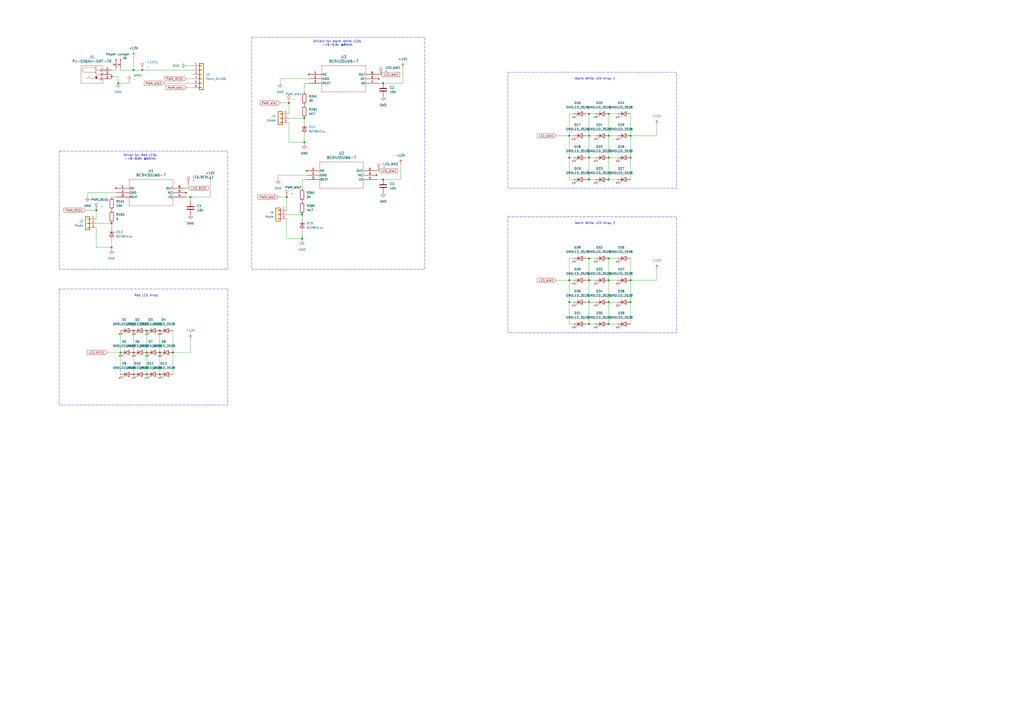
<source format=kicad_sch>
(kicad_sch (version 20231120) (generator "eeschema") (generator_version "8.0")
  (paper "A2")
  (title_block (title "Glasbaustein Lampe") (date "2024-10-07") (rev "0.1"))
  (lib_symbols
    (symbol "BCR430UW6-7_DIO:BCR430UW6-7" (pin_names (offset 0.254))
      (property "Reference" "U" (at 20.32 10.16 0))
      (property "Value" "BCR430UW6-7" (at 20.32 7.62 0))
      (symbol "BCR430UW6-7_0_1"
        (polyline (pts (xy 7.62 -10.16) (xy 33.02 -10.16)) (stroke (width 0.127)))
        (polyline (pts (xy 7.62 5.08) (xy 7.62 -10.16)) (stroke (width 0.127)))
        (polyline (pts (xy 33.02 -10.16) (xy 33.02 5.08)) (stroke (width 0.127)))
        (polyline (pts (xy 33.02 5.08) (xy 7.62 5.08)) (stroke (width 0.127)))
        (pin no_connect line (at 0 0 0) (length 7.62) (name "NC") (number "1"))
        (pin power_out line (at 0 -2.54 0) (length 7.62) (name "GND") (number "2"))
        (pin output line (at 0 -5.08 0) (length 7.62) (name "REXT") (number "3"))
        (pin power_in line (at 40.64 -5.08 180) (length 7.62) (name "VS") (number "4"))
        (pin no_connect line (at 40.64 -2.54 180) (length 7.62) (name "NC") (number "5"))
        (pin output line (at 40.64 0 180) (length 7.62) (name "OUT") (number "6"))
      )
    )
    (symbol "Connector:Conn_01x02_Pin" (pin_names (offset 1.016) hide)
      (property "Reference" "J" (at 0 2.54 0))
      (property "Value" "Conn_01x02_Pin" (at 0 -5.08 0))
      (symbol "Conn_01x02_Pin_1_1"
        (polyline (pts (xy 1.27 -2.54) (xy 0.8636 -2.54)) (stroke (width 0.1524)))
        (polyline (pts (xy 1.27 0) (xy 0.8636 0)) (stroke (width 0.1524)))
        (rectangle (start 0.8636 -2.413) (end 0 -2.667) (stroke (width 0.1524)) (fill (type outline)))
        (rectangle (start 0.8636 0.127) (end 0 -0.127) (stroke (width 0.1524)) (fill (type outline)))
        (pin passive line (at 5.08 0 180) (length 3.81) (name "Pin_1") (number "1"))
        (pin passive line (at 5.08 -2.54 180) (length 3.81) (name "Pin_2") (number "2"))
      )
    )
    (symbol "Connector:TestPoint" (pin_numbers hide) (pin_names (offset 0.762) hide)
      (property "Reference" "TP" (at 0 6.858 0))
      (property "Value" "TestPoint" (at 0 5.08 0))
      (symbol "TestPoint_0_1"
        (circle (center 0 3.302) (radius 0.762))
      )
      (symbol "TestPoint_1_1"
        (pin passive line (at 0 0 90) (length 2.54) (name "1") (number "1"))
      )
    )
    (symbol "Connector_Generic:Conn_01x03" (pin_names (offset 1.016) hide)
      (property "Reference" "J" (at 0 5.08 0))
      (property "Value" "Conn_01x03" (at 0 -5.08 0))
      (symbol "Conn_01x03_1_1"
        (rectangle (start -1.27 -2.413) (end 0 -2.667) (stroke (width 0.1524)))
        (rectangle (start -1.27 0.127) (end 0 -0.127) (stroke (width 0.1524)))
        (rectangle (start -1.27 2.667) (end 0 2.413) (stroke (width 0.1524)))
        (rectangle (start -1.27 3.81) (end 1.27 -3.81) (stroke (width 0.254)) (fill (type background)))
        (pin passive line (at -5.08 2.54 0) (length 3.81) (name "Pin_1") (number "1"))
        (pin passive line (at -5.08 0 0) (length 3.81) (name "Pin_2") (number "2"))
        (pin passive line (at -5.08 -2.54 0) (length 3.81) (name "Pin_3") (number "3"))
      )
    )
    (symbol "Connector_Generic:Conn_01x06" (pin_names (offset 1.016) hide)
      (property "Reference" "J" (at 0 7.62 0))
      (property "Value" "Conn_01x06" (at 0 -10.16 0))
      (symbol "Conn_01x06_1_1"
        (rectangle (start -1.27 -7.493) (end 0 -7.747) (stroke (width 0.1524)))
        (rectangle (start -1.27 -4.953) (end 0 -5.207) (stroke (width 0.1524)))
        (rectangle (start -1.27 -2.413) (end 0 -2.667) (stroke (width 0.1524)))
        (rectangle (start -1.27 0.127) (end 0 -0.127) (stroke (width 0.1524)))
        (rectangle (start -1.27 2.667) (end 0 2.413) (stroke (width 0.1524)))
        (rectangle (start -1.27 5.207) (end 0 4.953) (stroke (width 0.1524)))
        (rectangle (start -1.27 6.35) (end 1.27 -8.89) (stroke (width 0.254)) (fill (type background)))
        (pin passive line (at -5.08 5.08 0) (length 3.81) (name "Pin_1") (number "1"))
        (pin passive line (at -5.08 2.54 0) (length 3.81) (name "Pin_2") (number "2"))
        (pin passive line (at -5.08 0 0) (length 3.81) (name "Pin_3") (number "3"))
        (pin passive line (at -5.08 -2.54 0) (length 3.81) (name "Pin_4") (number "4"))
        (pin passive line (at -5.08 -5.08 0) (length 3.81) (name "Pin_5") (number "5"))
        (pin passive line (at -5.08 -7.62 0) (length 3.81) (name "Pin_6") (number "6"))
      )
    )
    (symbol "Device:C" (pin_numbers hide) (pin_names (offset 0.254))
      (property "Reference" "C" (at 0.635 2.54 0))
      (property "Value" "C" (at 0.635 -2.54 0))
      (symbol "C_0_1"
        (polyline (pts (xy -2.032 -0.762) (xy 2.032 -0.762)) (stroke (width 0.508)))
        (polyline (pts (xy -2.032 0.762) (xy 2.032 0.762)) (stroke (width 0.508)))
      )
      (symbol "C_1_1"
        (pin passive line (at 0 3.81 270) (length 2.794) (name "~") (number "1"))
        (pin passive line (at 0 -3.81 90) (length 2.794) (name "~") (number "2"))
      )
    )
    (symbol "Device:R" (pin_numbers hide) (pin_names (offset 0))
      (property "Reference" "R" (at 2.032 0 90))
      (property "Value" "R" (at 0 0 90))
      (symbol "R_0_1"
        (rectangle (start -1.016 -2.54) (end 1.016 2.54) (stroke (width 0.254)))
      )
      (symbol "R_1_1"
        (pin passive line (at 0 3.81 270) (length 1.27) (name "~") (number "1"))
        (pin passive line (at 0 -3.81 90) (length 1.27) (name "~") (number "2"))
      )
    )
    (symbol "Device:SMDLED_3528" (pin_numbers hide) (pin_names (offset 1.016) hide)
      (property "Reference" "D" (at 3.81 2.54 0))
      (property "Value" "SMDLED_3528" (at 3.81 -2.54 0))
      (symbol "SMDLED_3528_0_1"
        (polyline (pts (xy 2.54 -1.27) (xy 2.54 1.27)) (stroke (width 0.254)))
        (polyline (pts (xy 2.54 0) (xy 5.08 0)))
        (polyline (pts (xy 5.08 -1.27) (xy 5.08 1.27) (xy 2.54 0) (xy 5.08 -1.27)) (stroke (width 0.254)))
        (polyline (pts (xy 0.762 -0.762) (xy -0.762 -2.286) (xy 0 -2.286) (xy -0.762 -2.286) (xy -0.762 -1.524)))
        (polyline (pts (xy 2.032 -0.762) (xy 0.508 -2.286) (xy 1.27 -2.286) (xy 0.508 -2.286) (xy 0.508 -1.524)))
      )
      (symbol "SMDLED_3528_1_1"
        (pin passive line (at 0 0 0) (length 2.54) (name "K") (number "1"))
        (pin passive line (at 7.62 0 180) (length 2.54) (name "A") (number "2"))
      )
    )
    (symbol "Diode:BZX84Cxx" (pin_numbers hide) (pin_names hide)
      (property "Reference" "D" (at 0 3.81 0))
      (property "Value" "BZX84Cxx" (at 0 -3.81 0))
      (symbol "BZX84Cxx_0_1"
        (polyline (pts (xy 1.27 0) (xy -1.27 0)))
        (polyline (pts (xy -1.27 -1.27) (xy -1.27 1.27) (xy -0.762 1.27)) (stroke (width 0.254)))
        (polyline (pts (xy 1.27 -1.27) (xy 1.27 1.27) (xy -1.27 0) (xy 1.27 -1.27)) (stroke (width 0.254)))
      )
      (symbol "BZX84Cxx_1_1"
        (pin passive line (at 3.81 0 180) (length 2.54) (name "A") (number "1"))
        (pin no_connect line (at 1.27 0 180) (length 2.54) hide (name "NC") (number "2"))
        (pin passive line (at -3.81 0 0) (length 2.54) (name "K") (number "3"))
      )
    )
    (symbol "PJ-036AH-SMT-TR:PJ-036AH-SMT-TR" (pin_names (offset 0.254))
      (property "Reference" "J" (at -8.89 6.35 0))
      (property "Value" "PJ-036AH-SMT-TR" (at 0 0 0))
      (symbol "PJ-036AH-SMT-TR_1_1"
        (arc (start -15.875 1.27) (mid -17.1394 0) (end -15.875 -1.27) (stroke (width 0.127)))
        (polyline (pts (xy -17.78 -7.62) (xy -5.08 -7.62)) (stroke (width 0.127)))
        (polyline (pts (xy -17.78 2.54) (xy -17.78 -7.62)) (stroke (width 0.127)))
        (polyline (pts (xy -15.875 1.27) (xy -9.525 1.27)) (stroke (width 0.127)))
        (polyline (pts (xy -13.335 -3.81) (xy -14.605 -5.08)) (stroke (width 0.127)))
        (polyline (pts (xy -12.065 -5.08) (xy -13.335 -3.81)) (stroke (width 0.127)))
        (polyline (pts (xy -9.525 -3.81) (xy -8.255 -3.81)) (stroke (width 0.127)))
        (polyline (pts (xy -9.525 -1.27) (xy -15.875 -1.27)) (stroke (width 0.127)))
        (polyline (pts (xy -9.525 1.905) (xy -9.525 -1.905)) (stroke (width 0.127)))
        (polyline (pts (xy -9.525 1.905) (xy -8.89 1.905)) (stroke (width 0.127)))
        (polyline (pts (xy -8.89 -5.08) (xy -9.525 -3.81)) (stroke (width 0.127)))
        (polyline (pts (xy -8.89 -2.54) (xy -8.89 -5.08)) (stroke (width 0.127)))
        (polyline (pts (xy -8.89 -1.905) (xy -9.525 -1.905)) (stroke (width 0.127)))
        (polyline (pts (xy -8.89 -1.905) (xy -8.89 -1.27)) (stroke (width 0.127)))
        (polyline (pts (xy -8.89 1.905) (xy -8.89 -1.27)) (stroke (width 0.127)))
        (polyline (pts (xy -8.255 -3.81) (xy -8.89 -5.08)) (stroke (width 0.127)))
        (polyline (pts (xy -5.08 -7.62) (xy -5.08 2.54)) (stroke (width 0.127)))
        (polyline (pts (xy -5.08 -5.08) (xy -12.065 -5.08)) (stroke (width 0.127)))
        (polyline (pts (xy -5.08 -2.54) (xy -8.89 -2.54)) (stroke (width 0.127)))
        (polyline (pts (xy -5.08 0) (xy -8.89 0)) (stroke (width 0.127)))
        (polyline (pts (xy -5.08 2.54) (xy -17.78 2.54)) (stroke (width 0.127)))
        (polyline (pts (xy -9.525 -3.81) (xy -8.89 -5.08) (xy -8.255 -3.81)) (fill (type outline)))
        (pin unspecified line (at 0 0 180) (length 5.08) (name "1") (number "1"))
        (pin unspecified line (at 0 -5.08 180) (length 5.08) (name "2") (number "2"))
        (pin unspecified line (at 0 -2.54 180) (length 5.08) (name "3") (number "3"))
      )
      (symbol "PJ-036AH-SMT-TR_1_2"
        (polyline (pts (xy -12.7 -7.62) (xy -5.08 -7.62)) (stroke (width 0.127)))
        (polyline (pts (xy -12.7 2.54) (xy -12.7 -7.62)) (stroke (width 0.127)))
        (polyline (pts (xy -7.62 -5.08) (xy -8.89 -5.9267)) (stroke (width 0.127)))
        (polyline (pts (xy -7.62 -5.08) (xy -8.89 -4.2333)) (stroke (width 0.127)))
        (polyline (pts (xy -7.62 -5.08) (xy -5.08 -5.08)) (stroke (width 0.127)))
        (polyline (pts (xy -7.62 -2.54) (xy -8.89 -3.3867)) (stroke (width 0.127)))
        (polyline (pts (xy -7.62 -2.54) (xy -8.89 -1.6933)) (stroke (width 0.127)))
        (polyline (pts (xy -7.62 -2.54) (xy -5.08 -2.54)) (stroke (width 0.127)))
        (polyline (pts (xy -7.62 0) (xy -8.89 -0.8467)) (stroke (width 0.127)))
        (polyline (pts (xy -7.62 0) (xy -8.89 0.8467)) (stroke (width 0.127)))
        (polyline (pts (xy -7.62 0) (xy -5.08 0)) (stroke (width 0.127)))
        (polyline (pts (xy -5.08 -7.62) (xy -5.08 2.54)) (stroke (width 0.127)))
        (polyline (pts (xy -5.08 2.54) (xy -12.7 2.54)) (stroke (width 0.127)))
        (pin unspecified line (at 0 -2.54 180) (length 5.08) (name "1") (number "1"))
        (pin unspecified line (at 0 0 180) (length 5.08) (name "2") (number "2"))
        (pin unspecified line (at 0 -5.08 180) (length 5.08) (name "3") (number "3"))
      )
    )
    (symbol "power:+12V" (power) (pin_numbers hide) (pin_names (offset 0) hide)
      (property "Value" "+12V" (at 0 3.556 0))
      (symbol "+12V_0_1"
        (polyline (pts (xy -0.762 1.27) (xy 0 2.54)))
        (polyline (pts (xy 0 0) (xy 0 2.54)))
        (polyline (pts (xy 0 2.54) (xy 0.762 1.27)))
      )
      (symbol "+12V_1_1"
        (pin power_in line (at 0 0 90) (length 0) (name "~") (number "1"))
      )
    )
    (symbol "power:GND" (power) (pin_numbers hide) (pin_names (offset 0) hide)
      (property "Value" "GND" (at 0 -3.81 0))
      (symbol "GND_0_1"
        (polyline (pts (xy 0 0) (xy 0 -1.27) (xy 1.27 -1.27) (xy 0 -2.54) (xy -1.27 -1.27) (xy 0 -1.27)))
      )
      (symbol "GND_1_1"
        (pin power_in line (at 0 0 270) (length 0) (name "~") (number "1"))
      )
    )
  )
  (junction (at 69.85 204.47))
  (junction (at 353.06 104.14))
  (junction (at 353.06 66.04))
  (junction (at 82.55 40.64))
  (junction (at 64.77 143.51))
  (junction (at 166.37 114.3))
  (junction (at 353.06 162.56))
  (junction (at 365.76 162.56))
  (junction (at 341.63 149.86))
  (junction (at 341.63 104.14))
  (junction (at 353.06 78.74))
  (junction (at 222.25 104.14))
  (junction (at 176.53 82.55))
  (junction (at 341.63 91.44))
  (junction (at 330.2 175.26))
  (junction (at 341.63 78.74))
  (junction (at 85.09 217.17))
  (junction (at 175.26 138.43))
  (junction (at 365.76 91.44))
  (junction (at 330.2 91.44))
  (junction (at 92.71 217.17))
  (junction (at 341.63 175.26))
  (junction (at 55.88 121.92))
  (junction (at 353.06 187.96))
  (junction (at 85.09 191.77))
  (junction (at 176.53 68.58))
  (junction (at 68.58 48.26))
  (junction (at 330.2 78.74))
  (junction (at 64.77 129.54))
  (junction (at 92.71 191.77))
  (junction (at 365.76 175.26))
  (junction (at 167.64 59.69))
  (junction (at 341.63 66.04))
  (junction (at 92.71 204.47))
  (junction (at 77.47 204.47))
  (junction (at 64.77 44.45))
  (junction (at 353.06 149.86))
  (junction (at 77.47 40.64))
  (junction (at 341.63 162.56))
  (junction (at 77.47 217.17))
  (junction (at 100.33 204.47))
  (junction (at 77.47 191.77))
  (junction (at 85.09 204.47))
  (junction (at 353.06 175.26))
  (junction (at 353.06 91.44))
  (junction (at 330.2 162.56))
  (junction (at 365.76 78.74))
  (junction (at 175.26 124.46))
  (junction (at 222.25 48.26))
  (junction (at 110.49 114.3))
  (junction (at 341.63 187.96))
  (wire (pts (xy 179.07 45.72) (xy 162.56 45.72)))
  (wire (pts (xy 100.33 191.77) (xy 100.33 204.47)))
  (wire (pts (xy 381 162.56) (xy 381 156.21)))
  (wire (pts (xy 64.77 40.64) (xy 67.31 40.64)))
  (wire (pts (xy 330.2 175.26) (xy 332.74 175.26)))
  (wire (pts (xy 175.26 134.62) (xy 175.26 138.43)))
  (wire (pts (xy 175.26 104.14) (xy 175.26 109.22)))
  (wire (pts (xy 176.53 68.58) (xy 176.53 71.12)))
  (wire (pts (xy 161.29 101.6) (xy 161.29 104.14)))
  (wire (pts (xy 330.2 78.74) (xy 322.58 78.74)))
  (wire (pts (xy 179.07 48.26) (xy 176.53 48.26)))
  (wire (pts (xy 77.47 33.02) (xy 77.47 40.64)))
  (wire (pts (xy 332.74 78.74) (xy 330.2 78.74)))
  (wire (pts (xy 92.71 204.47) (xy 92.71 217.17)))
  (wire (pts (xy 82.55 40.64) (xy 77.47 40.64)))
  (wire (pts (xy 365.76 66.04) (xy 365.76 78.74)))
  (wire (pts (xy 162.56 59.69) (xy 167.64 59.69)))
  (wire (pts (xy 340.36 149.86) (xy 341.63 149.86)))
  (wire (pts (xy 330.2 149.86) (xy 330.2 162.56)))
  (wire (pts (xy 365.76 175.26) (xy 365.76 187.96)))
  (wire (pts (xy 69.85 204.47) (xy 62.23 204.47)))
  (wire (pts (xy 353.06 91.44) (xy 358.14 91.44)))
  (wire (pts (xy 64.77 143.51) (xy 64.77 144.78)))
  (wire (pts (xy 176.53 82.55) (xy 176.53 83.82)))
  (wire (pts (xy 340.36 104.14) (xy 341.63 104.14)))
  (wire (pts (xy 166.37 124.46) (xy 175.26 124.46)))
  (wire (pts (xy 341.63 78.74) (xy 345.44 78.74)))
  (wire (pts (xy 340.36 78.74) (xy 341.63 78.74)))
  (wire (pts (xy 353.06 175.26) (xy 358.14 175.26)))
  (wire (pts (xy 353.06 175.26) (xy 353.06 187.96)))
  (wire (pts (xy 340.36 91.44) (xy 341.63 91.44)))
  (wire (pts (xy 232.41 104.14) (xy 222.25 104.14)))
  (wire (pts (xy 176.53 48.26) (xy 176.53 53.34)))
  (wire (pts (xy 77.47 191.77) (xy 77.47 204.47)))
  (wire (pts (xy 85.09 204.47) (xy 85.09 217.17)))
  (wire (pts (xy 69.85 40.64) (xy 77.47 40.64)))
  (wire (pts (xy 68.58 48.26) (xy 68.58 44.45)))
  (wire (pts (xy 109.22 106.68) (xy 109.22 109.22)))
  (wire (pts (xy 176.53 78.74) (xy 176.53 82.55)))
  (wire (pts (xy 55.88 121.92) (xy 55.88 127)))
  (wire (pts (xy 232.41 95.25) (xy 232.41 104.14)))
  (wire (pts (xy 330.2 187.96) (xy 332.74 187.96)))
  (wire (pts (xy 177.8 101.6) (xy 161.29 101.6)))
  (wire (pts (xy 353.06 149.86) (xy 353.06 162.56)))
  (wire (pts (xy 353.06 91.44) (xy 353.06 104.14)))
  (wire (pts (xy 330.2 175.26) (xy 330.2 187.96)))
  (wire (pts (xy 109.22 109.22) (xy 107.95 109.22)))
  (wire (pts (xy 162.56 45.72) (xy 162.56 48.26)))
  (wire (pts (xy 340.36 175.26) (xy 341.63 175.26)))
  (wire (pts (xy 332.74 162.56) (xy 330.2 162.56)))
  (wire (pts (xy 341.63 91.44) (xy 341.63 104.14)))
  (wire (pts (xy 365.76 149.86) (xy 365.76 162.56)))
  (wire (pts (xy 175.26 138.43) (xy 175.26 139.7)))
  (wire (pts (xy 166.37 114.3) (xy 166.37 121.92)))
  (wire (pts (xy 233.68 39.37) (xy 233.68 48.26)))
  (wire (pts (xy 107.95 38.1) (xy 111.76 38.1)))
  (wire (pts (xy 330.2 104.14) (xy 332.74 104.14)))
  (wire (pts (xy 365.76 91.44) (xy 365.76 104.14)))
  (wire (pts (xy 64.77 43.18) (xy 64.77 44.45)))
  (wire (pts (xy 55.88 129.54) (xy 64.77 129.54)))
  (wire (pts (xy 353.06 162.56) (xy 353.06 175.26)))
  (wire (pts (xy 353.06 66.04) (xy 353.06 78.74)))
  (wire (pts (xy 353.06 78.74) (xy 353.06 91.44)))
  (wire (pts (xy 353.06 149.86) (xy 358.14 149.86)))
  (wire (pts (xy 353.06 187.96) (xy 358.14 187.96)))
  (wire (pts (xy 222.25 48.26) (xy 219.71 48.26)))
  (wire (pts (xy 341.63 78.74) (xy 341.63 91.44)))
  (wire (pts (xy 64.77 139.7) (xy 64.77 143.51)))
  (wire (pts (xy 219.71 99.06) (xy 218.44 99.06)))
  (wire (pts (xy 167.64 68.58) (xy 176.53 68.58)))
  (wire (pts (xy 69.85 39.37) (xy 69.85 40.64)))
  (wire (pts (xy 341.63 187.96) (xy 345.44 187.96)))
  (wire (pts (xy 67.31 40.64) (xy 67.31 39.37)))
  (wire (pts (xy 330.2 78.74) (xy 330.2 91.44)))
  (wire (pts (xy 110.49 114.3) (xy 110.49 116.84)))
  (wire (pts (xy 332.74 149.86) (xy 330.2 149.86)))
  (wire (pts (xy 341.63 66.04) (xy 345.44 66.04)))
  (wire (pts (xy 167.64 82.55) (xy 167.64 71.12)))
  (wire (pts (xy 67.31 114.3) (xy 64.77 114.3)))
  (wire (pts (xy 111.76 40.64) (xy 82.55 40.64)))
  (wire (pts (xy 69.85 191.77) (xy 69.85 204.47)))
  (wire (pts (xy 222.25 104.14) (xy 218.44 104.14)))
  (wire (pts (xy 161.29 114.3) (xy 166.37 114.3)))
  (wire (pts (xy 341.63 91.44) (xy 345.44 91.44)))
  (wire (pts (xy 330.2 66.04) (xy 330.2 78.74)))
  (wire (pts (xy 107.95 50.8) (xy 111.76 50.8)))
  (wire (pts (xy 69.85 204.47) (xy 69.85 217.17)))
  (wire (pts (xy 55.88 143.51) (xy 55.88 132.08)))
  (wire (pts (xy 67.31 111.76) (xy 50.8 111.76)))
  (wire (pts (xy 110.49 114.3) (xy 107.95 114.3)))
  (wire (pts (xy 64.77 143.51) (xy 55.88 143.51)))
  (wire (pts (xy 330.2 162.56) (xy 322.58 162.56)))
  (wire (pts (xy 175.26 124.46) (xy 175.26 127)))
  (wire (pts (xy 330.2 91.44) (xy 330.2 104.14)))
  (wire (pts (xy 167.64 59.69) (xy 167.64 66.04)))
  (wire (pts (xy 341.63 175.26) (xy 345.44 175.26)))
  (wire (pts (xy 220.98 43.18) (xy 219.71 43.18)))
  (wire (pts (xy 121.92 105.41) (xy 121.92 114.3)))
  (wire (pts (xy 175.26 138.43) (xy 166.37 138.43)))
  (wire (pts (xy 64.77 45.72) (xy 64.77 44.45)))
  (wire (pts (xy 332.74 66.04) (xy 330.2 66.04)))
  (wire (pts (xy 100.33 204.47) (xy 100.33 217.17)))
  (wire (pts (xy 341.63 175.26) (xy 341.63 187.96)))
  (wire (pts (xy 177.8 104.14) (xy 175.26 104.14)))
  (wire (pts (xy 365.76 162.56) (xy 381 162.56)))
  (wire (pts (xy 166.37 138.43) (xy 166.37 127)))
  (wire (pts (xy 353.06 78.74) (xy 358.14 78.74)))
  (wire (pts (xy 365.76 78.74) (xy 365.76 91.44)))
  (wire (pts (xy 330.2 91.44) (xy 332.74 91.44)))
  (wire (pts (xy 85.09 191.77) (xy 85.09 204.47)))
  (wire (pts (xy 341.63 66.04) (xy 341.63 78.74)))
  (wire (pts (xy 341.63 149.86) (xy 345.44 149.86)))
  (wire (pts (xy 340.36 162.56) (xy 341.63 162.56)))
  (wire (pts (xy 107.95 45.72) (xy 111.76 45.72)))
  (wire (pts (xy 340.36 66.04) (xy 341.63 66.04)))
  (wire (pts (xy 353.06 104.14) (xy 358.14 104.14)))
  (wire (pts (xy 176.53 82.55) (xy 167.64 82.55)))
  (wire (pts (xy 341.63 162.56) (xy 345.44 162.56)))
  (wire (pts (xy 92.71 191.77) (xy 92.71 204.47)))
  (wire (pts (xy 341.63 149.86) (xy 341.63 162.56)))
  (wire (pts (xy 330.2 162.56) (xy 330.2 175.26)))
  (wire (pts (xy 50.8 111.76) (xy 50.8 114.3)))
  (wire (pts (xy 121.92 114.3) (xy 110.49 114.3)))
  (wire (pts (xy 68.58 48.26) (xy 74.93 48.26)))
  (wire (pts (xy 64.77 129.54) (xy 64.77 132.08)))
  (wire (pts (xy 341.63 162.56) (xy 341.63 175.26)))
  (wire (pts (xy 353.06 66.04) (xy 358.14 66.04)))
  (wire (pts (xy 365.76 78.74) (xy 381 78.74)))
  (wire (pts (xy 100.33 204.47) (xy 110.49 204.47)))
  (wire (pts (xy 233.68 48.26) (xy 222.25 48.26)))
  (wire (pts (xy 365.76 162.56) (xy 365.76 175.26)))
  (wire (pts (xy 340.36 187.96) (xy 341.63 187.96)))
  (wire (pts (xy 49.53 121.92) (xy 55.88 121.92)))
  (wire (pts (xy 353.06 162.56) (xy 358.14 162.56)))
  (wire (pts (xy 110.49 204.47) (xy 110.49 196.85)))
  (wire (pts (xy 64.77 44.45) (xy 68.58 44.45)))
  (wire (pts (xy 341.63 104.14) (xy 345.44 104.14)))
  (wire (pts (xy 381 78.74) (xy 381 72.39)))
  (wire (pts (xy 77.47 204.47) (xy 77.47 217.17)))
  (wire (pts (xy 111.76 48.26) (xy 95.25 48.26)))
  (rectangle (start 294.64 41.91) (end 392.43 109.22) (stroke (width 0) (type dash)))
  (rectangle (start 34.29 87.63) (end 132.08 156.21) (stroke (width 0) (type dash)))
  (rectangle (start 146.05 21.59) (end 246.38 156.21) (stroke (width 0) (type dash)))
  (rectangle (start 294.64 125.73) (end 392.43 193.04) (stroke (width 0) (type dash)))
  (rectangle (start 34.29 167.64) (end 132.08 234.95) (stroke (width 0) (type dash)))
  (text "Driver for Red LEDs\n->8-8.8V @60mA" (at 81.28 91.186 0) (effects (font (size 1.27 1.27))))
  (text "Drivers for Warm White LEDs\n->9-9.9V @80mA" (at 195.58 25.146 0) (effects (font (size 1.27 1.27))))
  (text "Warm White LED Array 2" (at 345.186 129.54 0) (effects (font (size 1.27 1.27))))
  (text "Warm White LED Array 1" (at 345.186 45.72 0) (effects (font (size 1.27 1.27))))
  (text "Red LED Array" (at 84.836 171.45 0) (effects (font (size 1.27 1.27))))
  (global_label "LED_WW1" (shape input) (at 220.98 43.18 0) (property "Intersheetrefs" "${INTERSHEET_REFS}" (effects (hide yes))))
  (global_label "PWM_WW1" (shape input) (at 107.95 50.8 180) (property "Intersheetrefs" "${INTERSHEET_REFS}" (effects (hide yes))))
  (global_label "PWM_WW2" (shape input) (at 161.29 114.3 180) (property "Intersheetrefs" "${INTERSHEET_REFS}" (effects (hide yes))))
  (global_label "LED_WW2" (shape input) (at 219.71 99.06 0) (property "Intersheetrefs" "${INTERSHEET_REFS}" (effects (hide yes))))
  (global_label "LED_RED1" (shape input) (at 62.23 204.47 180) (property "Intersheetrefs" "${INTERSHEET_REFS}" (effects (hide yes))))
  (global_label "PWM_RED1" (shape input) (at 107.95 45.72 180) (property "Intersheetrefs" "${INTERSHEET_REFS}" (effects (hide yes))))
  (global_label "PWM_RED1" (shape input) (at 49.53 121.92 180) (property "Intersheetrefs" "${INTERSHEET_REFS}" (effects (hide yes))))
  (global_label "LED_RED1" (shape input) (at 109.22 109.22 0) (property "Intersheetrefs" "${INTERSHEET_REFS}" (effects (hide yes))))
  (global_label "LED_WW2" (shape input) (at 322.58 162.56 180) (property "Intersheetrefs" "${INTERSHEET_REFS}" (effects (hide yes))))
  (global_label "LED_WW1" (shape input) (at 322.58 78.74 180) (property "Intersheetrefs" "${INTERSHEET_REFS}" (effects (hide yes))))
  (global_label "PWM_WW1" (shape input) (at 162.56 59.69 180) (property "Intersheetrefs" "${INTERSHEET_REFS}" (effects (hide yes))))
  (global_label "PWM_WW2" (shape input) (at 95.25 48.26 180) (property "Intersheetrefs" "${INTERSHEET_REFS}" (effects (hide yes))))
  (symbol (lib_id "BCR430UW6-7_DIO:BCR430UW6-7") (at 177.8 99.06 0) (unit 1)
    (property "Reference" "U2" (at 198.12 88.9 0) (effects (font (size 1.524 1.524))))
    (property "Value" "BCR430UW6-7" (at 198.12 91.44 0) (effects (font (size 1.524 1.524))))
    (property "Footprint" "BCR430UW6-7_DIO" (effects (hide yes)))
    (property "Datasheet" "BCR430UW6-7" (effects (hide yes)))
  )
  (symbol (lib_id "Connector_Generic:Conn_01x03") (at 50.8 129.54 0) (mirror y) (unit 1)
    (property "Reference" "J3" (at 48.26 128.2699 0) (effects (justify left)))
    (property "Value" "Mode" (at 48.26 130.8099 0) (effects (justify left)))
    (property "Footprint" "Connector_PinHeader_2.54mm:PinHeader_1x03_P2.54mm_Vertical" (effects (hide yes)))
    (property "Description" "Generic connector, single row, 01x03, script generated (kicad-library-utils/schlib/autogen/connector/)" (effects (hide yes)))
  )
  (symbol (lib_id "Device:R") (at 176.53 57.15 0) (unit 1)
    (property "Reference" "R2A1" (at 179.07 55.8799 0) (effects (justify left)))
    (property "Value" "3K" (at 179.07 58.4199 0) (effects (justify left)))
    (property "Footprint" "Resistor_SMD:R_0603_1608Metric" (effects (hide yes)))
    (property "Description" "Resistor" (effects (hide yes)))
  )
  (symbol (lib_id "Device:SMDLED_3528") (at 345.44 66.04 0) (unit 1)
    (property "Reference" "D20" (at 347.6625 59.69 0))
    (property "Value" "SMDLED_3528" (at 347.6625 62.23 0))
    (property "Footprint" "LED_SMD:LED_PLCC_2835_Handsoldering" (effects (hide yes)))
    (property "Description" "AliExpress 3528 LED" (effects (hide yes)))
  )
  (symbol (lib_id "Device:SMDLED_3528") (at 332.74 104.14 0) (unit 1)
    (property "Reference" "D19" (at 334.9625 97.79 0))
    (property "Value" "SMDLED_3528" (at 334.9625 100.33 0))
    (property "Footprint" "LED_SMD:LED_PLCC_2835_Handsoldering" (effects (hide yes)))
    (property "Description" "AliExpress 3528 LED" (effects (hide yes)))
  )
  (symbol (lib_id "Device:SMDLED_3528") (at 92.71 204.47 0) (unit 1)
    (property "Reference" "D8" (at 94.9325 198.12 0))
    (property "Value" "SMDLED_3528" (at 94.9325 200.66 0))
    (property "Footprint" "LED_SMD:LED_PLCC_2835_Handsoldering" (effects (hide yes)))
    (property "Description" "AliExpress 3528 LED" (effects (hide yes)))
  )
  (symbol (lib_id "power:+12V") (at 232.41 95.25 0) (unit 1)
    (property "Reference" "#PWR014" (effects (hide yes)))
    (property "Value" "+12V" (at 232.41 90.17 0))
    (property "Description" "Power symbol creates a global label with name \"+12V\"" (effects (hide yes)))
  )
  (symbol (lib_id "Connector:TestPoint") (at 220.98 43.18 0) (unit 1)
    (property "Reference" "LED_WW1" (at 223.52 39.2429 0) (effects (justify left)))
    (property "Value" "~" (at 223.52 41.148 0) (effects (justify left)))
    (property "Footprint" "TestPoint:TestPoint_Pad_D1.5mm" (effects (hide yes)))
    (property "Description" "test point" (effects (hide yes)))
  )
  (symbol (lib_id "Device:SMDLED_3528") (at 69.85 191.77 0) (unit 1)
    (property "Reference" "D1" (at 72.0725 185.42 0))
    (property "Value" "SMDLED_3528" (at 72.0725 187.96 0))
    (property "Footprint" "LED_SMD:LED_PLCC_2835_Handsoldering" (effects (hide yes)))
    (property "Description" "AliExpress 3528 LED" (effects (hide yes)))
  )
  (symbol (lib_id "BCR430UW6-7_DIO:BCR430UW6-7") (at 179.07 43.18 0) (unit 1)
    (property "Reference" "U3" (at 199.39 33.02 0) (effects (font (size 1.524 1.524))))
    (property "Value" "BCR430UW6-7" (at 199.39 35.56 0) (effects (font (size 1.524 1.524))))
    (property "Footprint" "BCR430UW6-7_DIO" (effects (hide yes)))
    (property "Datasheet" "BCR430UW6-7" (effects (hide yes)))
  )
  (symbol (lib_id "Connector:TestPoint") (at 219.71 99.06 0) (unit 1)
    (property "Reference" "LED_WW2" (at 222.25 95.1229 0) (effects (justify left)))
    (property "Value" "~" (at 222.25 97.028 0) (effects (justify left)))
    (property "Footprint" "TestPoint:TestPoint_Pad_D1.5mm" (effects (hide yes)))
    (property "Description" "test point" (effects (hide yes)))
  )
  (symbol (lib_id "Device:R") (at 175.26 120.65 0) (unit 1)
    (property "Reference" "R3B1" (at 177.8 119.3799 0) (effects (justify left)))
    (property "Value" "4K7" (at 177.8 121.9199 0) (effects (justify left)))
    (property "Footprint" "Capacitor_SMD:C_0603_1608Metric_Pad1.08x0.95mm_HandSolder" (effects (hide yes)))
    (property "Description" "Resistor" (effects (hide yes)))
  )
  (symbol (lib_id "Device:SMDLED_3528") (at 85.09 217.17 0) (unit 1)
    (property "Reference" "D11" (at 87.3125 210.82 0))
    (property "Value" "SMDLED_3528" (at 87.3125 213.36 0))
    (property "Footprint" "LED_SMD:LED_PLCC_2835_Handsoldering" (effects (hide yes)))
    (property "Description" "AliExpress 3528 LED" (effects (hide yes)))
  )
  (symbol (lib_id "Device:SMDLED_3528") (at 332.74 187.96 0) (unit 1)
    (property "Reference" "D31" (at 334.9625 181.61 0))
    (property "Value" "SMDLED_3528" (at 334.9625 184.15 0))
    (property "Footprint" "LED_SMD:LED_PLCC_2835_Handsoldering" (effects (hide yes)))
    (property "Description" "AliExpress 3528 LED" (effects (hide yes)))
  )
  (symbol (lib_id "Device:R") (at 64.77 118.11 0) (unit 1)
    (property "Reference" "R1A1" (at 67.31 116.8399 0) (effects (justify left)))
    (property "Value" "10K" (at 67.31 119.3799 0) (effects (justify left)))
    (property "Footprint" "Capacitor_SMD:C_0603_1608Metric_Pad1.08x0.95mm_HandSolder" (effects (hide yes)))
    (property "Description" "Resistor" (effects (hide yes)))
  )
  (symbol (lib_id "Connector:TestPoint") (at 82.55 40.64 0) (unit 1)
    (property "Reference" "+12V1" (at 85.09 36.0679 0) (effects (justify left)))
    (property "Value" "~" (at 85.09 38.6079 0) (effects (justify left)))
    (property "Footprint" "TestPoint:TestPoint_Pad_D1.5mm" (effects (hide yes)))
    (property "Description" "test point" (effects (hide yes)))
  )
  (symbol (lib_id "Device:C") (at 222.25 107.95 0) (unit 1)
    (property "Reference" "C3" (at 226.06 106.6799 0) (effects (justify left)))
    (property "Value" "10n" (at 226.06 109.2199 0) (effects (justify left)))
    (property "Footprint" "Capacitor_SMD:C_1206_3216Metric_Pad1.33x1.80mm_HandSolder" (effects (hide yes)))
    (property "Description" "Unpolarized capacitor" (effects (hide yes)))
  )
  (symbol (lib_id "Device:SMDLED_3528") (at 69.85 204.47 0) (unit 1)
    (property "Reference" "D5" (at 72.0725 198.12 0))
    (property "Value" "SMDLED_3528" (at 72.0725 200.66 0))
    (property "Footprint" "LED_SMD:LED_PLCC_2835_Handsoldering" (effects (hide yes)))
    (property "Description" "AliExpress 3528 LED" (effects (hide yes)))
  )
  (symbol (lib_id "Device:SMDLED_3528") (at 332.74 175.26 0) (unit 1)
    (property "Reference" "D30" (at 334.9625 168.91 0))
    (property "Value" "SMDLED_3528" (at 334.9625 171.45 0))
    (property "Footprint" "LED_SMD:LED_PLCC_2835_Handsoldering" (effects (hide yes)))
    (property "Description" "AliExpress 3528 LED" (effects (hide yes)))
  )
  (symbol (lib_id "Device:SMDLED_3528") (at 358.14 175.26 0) (unit 1)
    (property "Reference" "D38" (at 360.3625 168.91 0))
    (property "Value" "SMDLED_3528" (at 360.3625 171.45 0))
    (property "Footprint" "LED_SMD:LED_PLCC_2835_Handsoldering" (effects (hide yes)))
    (property "Description" "AliExpress 3528 LED" (effects (hide yes)))
  )
  (symbol (lib_id "power:GND") (at 162.56 48.26 0) (unit 1)
    (property "Reference" "#PWR09" (effects (hide yes)))
    (property "Value" "GND" (at 162.56 53.34 0))
    (property "Description" "Power symbol creates a global label with name \"GND\" , ground" (effects (hide yes)))
  )
  (symbol (lib_id "Device:R") (at 64.77 125.73 0) (unit 1)
    (property "Reference" "R1B1" (at 67.31 124.4599 0) (effects (justify left)))
    (property "Value" "0" (at 67.31 126.9999 0) (effects (justify left)))
    (property "Footprint" "Capacitor_SMD:C_0603_1608Metric_Pad1.08x0.95mm_HandSolder" (effects (hide yes)))
    (property "Description" "Resistor" (effects (hide yes)))
  )
  (symbol (lib_id "power:+12V") (at 233.68 39.37 0) (unit 1)
    (property "Reference" "#PWR015" (effects (hide yes)))
    (property "Value" "+12V" (at 233.68 34.29 0))
    (property "Description" "Power symbol creates a global label with name \"+12V\"" (effects (hide yes)))
  )
  (symbol (lib_id "Connector_Generic:Conn_01x06") (at 116.84 43.18 0) (unit 1)
    (property "Reference" "J2" (at 119.38 43.1799 0) (effects (justify left)))
    (property "Value" "Conn_01x06" (at 119.38 45.7199 0) (effects (justify left)))
    (property "Footprint" "Connector_PinHeader_2.54mm:PinHeader_1x06_P2.54mm_Vertical" (effects (hide yes)))
    (property "Description" "Generic connector, single row, 01x06, script generated (kicad-library-utils/schlib/autogen/connector/)" (effects (hide yes)))
  )
  (symbol (lib_id "power:+12V") (at 110.49 196.85 0) (unit 1)
    (property "Reference" "#PWR016" (effects (hide yes)))
    (property "Value" "+12V" (at 110.49 191.77 0))
    (property "Description" "Power symbol creates a global label with name \"+12V\"" (effects (hide yes)))
  )
  (symbol (lib_id "Diode:BZX84Cxx") (at 64.77 135.89 270) (unit 1)
    (property "Reference" "D13" (at 67.31 134.6199 90) (effects (justify left)))
    (property "Value" "BZX84Cxx" (at 67.31 137.1599 90) (effects (justify left)))
    (property "Footprint" "Package_TO_SOT_SMD:SOT-23" (effects (hide yes)))
    (property "Datasheet" "https://diotec.com/tl_files/diotec/files/pdf/datasheets/bzx84c2v4.pdf" (effects (hide yes)))
    (property "Description" "300mW Zener Diode, SOT-23" (effects (hide yes)))
  )
  (symbol (lib_id "Device:SMDLED_3528") (at 85.09 204.47 0) (unit 1)
    (property "Reference" "D7" (at 87.3125 198.12 0))
    (property "Value" "SMDLED_3528" (at 87.3125 200.66 0))
    (property "Footprint" "LED_SMD:LED_PLCC_2835_Handsoldering" (effects (hide yes)))
    (property "Description" "AliExpress 3528 LED" (effects (hide yes)))
  )
  (symbol (lib_id "BCR430UW6-7_DIO:BCR430UW6-7") (at 67.31 109.22 0) (unit 1)
    (property "Reference" "U1" (at 87.63 99.06 0) (effects (font (size 1.524 1.524))))
    (property "Value" "BCR430UW6-7" (at 87.63 101.6 0) (effects (font (size 1.524 1.524))))
    (property "Footprint" "BCR430UW6-7_DIO" (effects (hide yes)))
    (property "Datasheet" "BCR430UW6-7" (effects (hide yes)))
  )
  (symbol (lib_id "Device:SMDLED_3528") (at 358.14 104.14 0) (unit 1)
    (property "Reference" "D27" (at 360.3625 97.79 0))
    (property "Value" "SMDLED_3528" (at 360.3625 100.33 0))
    (property "Footprint" "LED_SMD:LED_PLCC_2835_Handsoldering" (effects (hide yes)))
    (property "Description" "AliExpress 3528 LED" (effects (hide yes)))
  )
  (symbol (lib_id "Device:SMDLED_3528") (at 69.85 217.17 0) (unit 1)
    (property "Reference" "D9" (at 72.0725 210.82 0))
    (property "Value" "SMDLED_3528" (at 72.0725 213.36 0))
    (property "Footprint" "LED_SMD:LED_PLCC_2835_Handsoldering" (effects (hide yes)))
    (property "Description" "AliExpress 3528 LED" (effects (hide yes)))
  )
  (symbol (lib_id "Device:SMDLED_3528") (at 85.09 191.77 0) (unit 1)
    (property "Reference" "D3" (at 87.3125 185.42 0))
    (property "Value" "SMDLED_3528" (at 87.3125 187.96 0))
    (property "Footprint" "LED_SMD:LED_PLCC_2835_Handsoldering" (effects (hide yes)))
    (property "Description" "AliExpress 3528 LED" (effects (hide yes)))
  )
  (symbol (lib_id "Device:SMDLED_3528") (at 345.44 91.44 0) (unit 1)
    (property "Reference" "D22" (at 347.6625 85.09 0))
    (property "Value" "SMDLED_3528" (at 347.6625 87.63 0))
    (property "Footprint" "LED_SMD:LED_PLCC_2835_Handsoldering" (effects (hide yes)))
    (property "Description" "AliExpress 3528 LED" (effects (hide yes)))
  )
  (symbol (lib_id "power:GND") (at 161.29 104.14 0) (unit 1)
    (property "Reference" "#PWR08" (effects (hide yes)))
    (property "Value" "GND" (at 161.29 109.22 0))
    (property "Description" "Power symbol creates a global label with name \"GND\" , ground" (effects (hide yes)))
  )
  (symbol (lib_id "Device:SMDLED_3528") (at 345.44 149.86 0) (unit 1)
    (property "Reference" "D32" (at 347.6625 143.51 0))
    (property "Value" "SMDLED_3528" (at 347.6625 146.05 0))
    (property "Footprint" "LED_SMD:LED_PLCC_2835_Handsoldering" (effects (hide yes)))
    (property "Description" "AliExpress 3528 LED" (effects (hide yes)))
  )
  (symbol (lib_id "Device:SMDLED_3528") (at 77.47 204.47 0) (unit 1)
    (property "Reference" "D6" (at 79.6925 198.12 0))
    (property "Value" "SMDLED_3528" (at 79.6925 200.66 0))
    (property "Footprint" "LED_SMD:LED_PLCC_2835_Handsoldering" (effects (hide yes)))
    (property "Description" "AliExpress 3528 LED" (effects (hide yes)))
  )
  (symbol (lib_id "Connector:TestPoint") (at 109.22 106.68 0) (unit 1)
    (property "Reference" "LED_RED1+1" (at 111.76 102.7429 0) (effects (justify left)))
    (property "Value" "~" (at 111.76 104.648 0) (effects (justify left)))
    (property "Footprint" "TestPoint:TestPoint_Pad_D1.5mm" (effects (hide yes)))
    (property "Description" "test point" (effects (hide yes)))
  )
  (symbol (lib_id "Device:SMDLED_3528") (at 332.74 149.86 0) (unit 1)
    (property "Reference" "D28" (at 334.9625 143.51 0))
    (property "Value" "SMDLED_3528" (at 334.9625 146.05 0))
    (property "Footprint" "LED_SMD:LED_PLCC_2835_Handsoldering" (effects (hide yes)))
    (property "Description" "AliExpress 3528 LED" (effects (hide yes)))
  )
  (symbol (lib_id "power:GND") (at 50.8 114.3 0) (unit 1)
    (property "Reference" "#PWR01" (effects (hide yes)))
    (property "Value" "GND" (at 50.8 119.38 0))
    (property "Description" "Power symbol creates a global label with name \"GND\" , ground" (effects (hide yes)))
  )
  (symbol (lib_id "power:GND") (at 64.77 144.78 0) (unit 1)
    (property "Reference" "#PWR02" (effects (hide yes)))
    (property "Value" "GND" (at 64.77 149.86 0))
    (property "Description" "Power symbol creates a global label with name \"GND\" , ground" (effects (hide yes)))
  )
  (symbol (lib_id "Connector:TestPoint") (at 55.88 121.92 0) (unit 1)
    (property "Reference" "PWM_RED1" (at 52.832 115.824 0) (effects (justify left)))
    (property "Value" "~" (at 58.42 119.8879 0) (effects (justify left)))
    (property "Footprint" "TestPoint:TestPoint_Pad_D1.5mm" (effects (hide yes)))
    (property "Description" "test point" (effects (hide yes)))
  )
  (symbol (lib_id "Device:SMDLED_3528") (at 92.71 217.17 0) (unit 1)
    (property "Reference" "D12" (at 94.9325 210.82 0))
    (property "Value" "SMDLED_3528" (at 94.9325 213.36 0))
    (property "Footprint" "LED_SMD:LED_PLCC_2835_Handsoldering" (effects (hide yes)))
    (property "Description" "AliExpress 3528 LED" (effects (hide yes)))
  )
  (symbol (lib_id "Device:SMDLED_3528") (at 345.44 162.56 0) (unit 1)
    (property "Reference" "D33" (at 347.6625 156.21 0))
    (property "Value" "SMDLED_3528" (at 347.6625 158.75 0))
    (property "Footprint" "LED_SMD:LED_PLCC_2835_Handsoldering" (effects (hide yes)))
    (property "Description" "AliExpress 3528 LED" (effects (hide yes)))
  )
  (symbol (lib_id "Device:SMDLED_3528") (at 345.44 78.74 0) (unit 1)
    (property "Reference" "D21" (at 347.6625 72.39 0))
    (property "Value" "SMDLED_3528" (at 347.6625 74.93 0))
    (property "Footprint" "LED_SMD:LED_PLCC_2835_Handsoldering" (effects (hide yes)))
    (property "Description" "AliExpress 3528 LED" (effects (hide yes)))
  )
  (symbol (lib_id "Device:SMDLED_3528") (at 358.14 66.04 0) (unit 1)
    (property "Reference" "D24" (at 360.3625 59.69 0))
    (property "Value" "SMDLED_3528" (at 360.3625 62.23 0))
    (property "Footprint" "LED_SMD:LED_PLCC_2835_Handsoldering" (effects (hide yes)))
    (property "Description" "AliExpress 3528 LED" (effects (hide yes)))
  )
  (symbol (lib_id "Connector_Generic:Conn_01x03") (at 162.56 68.58 0) (mirror y) (unit 1)
    (property "Reference" "J4" (at 160.02 67.3099 0) (effects (justify left)))
    (property "Value" "Mode" (at 160.02 69.8499 0) (effects (justify left)))
    (property "Footprint" "Connector_PinHeader_2.54mm:PinHeader_1x03_P2.54mm_Vertical" (effects (hide yes)))
    (property "Description" "Generic connector, single row, 01x03, script generated (kicad-library-utils/schlib/autogen/connector/)" (effects (hide yes)))
  )
  (symbol (lib_id "power:GND") (at 222.25 111.76 0) (unit 1)
    (property "Reference" "#PWR013" (effects (hide yes)))
    (property "Value" "GND" (at 222.25 116.84 0))
    (property "Description" "Power symbol creates a global label with name \"GND\" , ground" (effects (hide yes)))
  )
  (symbol (lib_id "Device:R") (at 176.53 64.77 0) (unit 1)
    (property "Reference" "R2B1" (at 179.07 63.4999 0) (effects (justify left)))
    (property "Value" "4K7" (at 179.07 66.0399 0) (effects (justify left)))
    (property "Footprint" "Capacitor_SMD:C_0603_1608Metric_Pad1.08x0.95mm_HandSolder" (effects (hide yes)))
    (property "Description" "Resistor" (effects (hide yes)))
  )
  (symbol (lib_id "Device:SMDLED_3528") (at 92.71 191.77 0) (unit 1)
    (property "Reference" "D4" (at 94.9325 185.42 0))
    (property "Value" "SMDLED_3528" (at 94.9325 187.96 0))
    (property "Footprint" "LED_SMD:LED_PLCC_2835_Handsoldering" (effects (hide yes)))
    (property "Description" "AliExpress 3528 LED" (effects (hide yes)))
  )
  (symbol (lib_id "power:+12V") (at 381 156.21 0) (unit 1)
    (property "Reference" "#PWR018" (effects (hide yes)))
    (property "Value" "+12V" (at 381 151.13 0))
    (property "Description" "Power symbol creates a global label with name \"+12V\"" (effects (hide yes)))
  )
  (symbol (lib_id "power:GND") (at 222.25 55.88 0) (unit 1)
    (property "Reference" "#PWR010" (effects (hide yes)))
    (property "Value" "GND" (at 222.25 60.96 0))
    (property "Description" "Power symbol creates a global label with name \"GND\" , ground" (effects (hide yes)))
  )
  (symbol (lib_id "Device:SMDLED_3528") (at 345.44 175.26 0) (unit 1)
    (property "Reference" "D34" (at 347.6625 168.91 0))
    (property "Value" "SMDLED_3528" (at 347.6625 171.45 0))
    (property "Footprint" "LED_SMD:LED_PLCC_2835_Handsoldering" (effects (hide yes)))
    (property "Description" "AliExpress 3528 LED" (effects (hide yes)))
  )
  (symbol (lib_id "Device:SMDLED_3528") (at 358.14 78.74 0) (unit 1)
    (property "Reference" "D25" (at 360.3625 72.39 0))
    (property "Value" "SMDLED_3528" (at 360.3625 74.93 0))
    (property "Footprint" "LED_SMD:LED_PLCC_2835_Handsoldering" (effects (hide yes)))
    (property "Description" "AliExpress 3528 LED" (effects (hide yes)))
  )
  (symbol (lib_id "Device:SMDLED_3528") (at 77.47 217.17 0) (unit 1)
    (property "Reference" "D10" (at 79.6925 210.82 0))
    (property "Value" "SMDLED_3528" (at 79.6925 213.36 0))
    (property "Footprint" "LED_SMD:LED_PLCC_2835_Handsoldering" (effects (hide yes)))
    (property "Description" "AliExpress 3528 LED" (effects (hide yes)))
  )
  (symbol (lib_id "Device:SMDLED_3528") (at 77.47 191.77 0) (unit 1)
    (property "Reference" "D2" (at 79.6925 185.42 0))
    (property "Value" "SMDLED_3528" (at 79.6925 187.96 0))
    (property "Footprint" "LED_SMD:LED_PLCC_2835_Handsoldering" (effects (hide yes)))
    (property "Description" "AliExpress 3528 LED" (effects (hide yes)))
  )
  (symbol (lib_id "Device:SMDLED_3528") (at 358.14 162.56 0) (unit 1)
    (property "Reference" "D37" (at 360.3625 156.21 0))
    (property "Value" "SMDLED_3528" (at 360.3625 158.75 0))
    (property "Footprint" "LED_SMD:LED_PLCC_2835_Handsoldering" (effects (hide yes)))
    (property "Description" "AliExpress 3528 LED" (effects (hide yes)))
  )
  (symbol (lib_id "Connector:TestPoint") (at 74.93 48.26 0) (unit 1)
    (property "Reference" "GND1" (at 77.47 43.6879 0) (effects (justify left)))
    (property "Value" "~" (at 77.47 46.2279 0) (effects (justify left)))
    (property "Footprint" "TestPoint:TestPoint_Pad_D1.5mm" (effects (hide yes)))
    (property "Description" "test point" (effects (hide yes)))
  )
  (symbol (lib_id "Device:SMDLED_3528") (at 332.74 78.74 0) (unit 1)
    (property "Reference" "D17" (at 334.9625 72.39 0))
    (property "Value" "SMDLED_3528" (at 334.9625 74.93 0))
    (property "Footprint" "LED_SMD:LED_PLCC_2835_Handsoldering" (effects (hide yes)))
    (property "Description" "AliExpress 3528 LED" (effects (hide yes)))
  )
  (symbol (lib_id "Diode:BZX84Cxx") (at 175.26 130.81 270) (unit 1)
    (property "Reference" "D15" (at 177.8 129.5399 90) (effects (justify left)))
    (property "Value" "BZX84Cxx" (at 177.8 132.0799 90) (effects (justify left)))
    (property "Footprint" "Package_TO_SOT_SMD:SOT-23" (effects (hide yes)))
    (property "Datasheet" "https://diotec.com/tl_files/diotec/files/pdf/datasheets/bzx84c2v4.pdf" (effects (hide yes)))
    (property "Description" "300mW Zener Diode, SOT-23" (effects (hide yes)))
  )
  (symbol (lib_id "Device:SMDLED_3528") (at 332.74 66.04 0) (unit 1)
    (property "Reference" "D16" (at 334.9625 59.69 0))
    (property "Value" "SMDLED_3528" (at 334.9625 62.23 0))
    (property "Footprint" "LED_SMD:LED_PLCC_2835_Handsoldering" (effects (hide yes)))
    (property "Description" "AliExpress 3528 LED" (effects (hide yes)))
  )
  (symbol (lib_id "Connector_Generic:Conn_01x03") (at 161.29 124.46 0) (mirror y) (unit 1)
    (property "Reference" "J5" (at 158.75 123.1899 0) (effects (justify left)))
    (property "Value" "Mode" (at 158.75 125.7299 0) (effects (justify left)))
    (property "Footprint" "Connector_PinHeader_2.54mm:PinHeader_1x03_P2.54mm_Vertical" (effects (hide yes)))
    (property "Description" "Generic connector, single row, 01x03, script generated (kicad-library-utils/schlib/autogen/connector/)" (effects (hide yes)))
  )
  (symbol (lib_id "Connector:TestPoint") (at 166.37 114.3 0) (unit 1)
    (property "Reference" "PWM_WW2" (at 165.354 108.712 0) (effects (justify left)))
    (property "Value" "~" (at 168.91 112.2679 0) (effects (justify left)))
    (property "Footprint" "TestPoint:TestPoint_Pad_D1.5mm" (effects (hide yes)))
    (property "Description" "test point" (effects (hide yes)))
  )
  (symbol (lib_id "Device:SMDLED_3528") (at 332.74 162.56 0) (unit 1)
    (property "Reference" "D29" (at 334.9625 156.21 0))
    (property "Value" "SMDLED_3528" (at 334.9625 158.75 0))
    (property "Footprint" "LED_SMD:LED_PLCC_2835_Handsoldering" (effects (hide yes)))
    (property "Description" "AliExpress 3528 LED" (effects (hide yes)))
  )
  (symbol (lib_id "power:GND") (at 107.95 38.1 270) (unit 1)
    (property "Reference" "#PWR06" (effects (hide yes)))
    (property "Value" "GND" (at 104.14 38.0999 90) (effects (justify right)))
    (property "Description" "Power symbol creates a global label with name \"GND\" , ground" (effects (hide yes)))
  )
  (symbol (lib_id "Device:C") (at 222.25 52.07 0) (unit 1)
    (property "Reference" "C2" (at 226.06 50.7999 0) (effects (justify left)))
    (property "Value" "10n" (at 226.06 53.3399 0) (effects (justify left)))
    (property "Footprint" "Capacitor_SMD:C_1206_3216Metric_Pad1.33x1.80mm_HandSolder" (effects (hide yes)))
    (property "Description" "Unpolarized capacitor" (effects (hide yes)))
  )
  (symbol (lib_id "Device:SMDLED_3528") (at 358.14 149.86 0) (unit 1)
    (property "Reference" "D36" (at 360.3625 143.51 0))
    (property "Value" "SMDLED_3528" (at 360.3625 146.05 0))
    (property "Footprint" "LED_SMD:LED_PLCC_2835_Handsoldering" (effects (hide yes)))
    (property "Description" "AliExpress 3528 LED" (effects (hide yes)))
  )
  (symbol (lib_id "PJ-036AH-SMT-TR:PJ-036AH-SMT-TR") (at 64.77 40.64 0) (unit 1)
    (property "Reference" "J1" (at 53.34 33.02 0) (effects (font (size 1.524 1.524))))
    (property "Value" "PJ-036AH-SMT-TR" (at 53.34 35.56 0) (effects (font (size 1.524 1.524))))
    (property "Footprint" "CONN3_PJ-036AH_CUD" (effects (hide yes)))
    (property "Datasheet" "PJ-036AH-SMT-TR" (effects (hide yes)))
  )
  (symbol (lib_id "Device:SMDLED_3528") (at 332.74 91.44 0) (unit 1)
    (property "Reference" "D18" (at 334.9625 85.09 0))
    (property "Value" "SMDLED_3528" (at 334.9625 87.63 0))
    (property "Footprint" "LED_SMD:LED_PLCC_2835_Handsoldering" (effects (hide yes)))
    (property "Description" "AliExpress 3528 LED" (effects (hide yes)))
  )
  (symbol (lib_id "power:+12V") (at 77.47 33.02 0) (unit 1)
    (property "Reference" "#PWR04" (effects (hide yes)))
    (property "Value" "+12V" (at 77.47 27.94 0))
    (property "Description" "Power symbol creates a global label with name \"+12V\"" (effects (hide yes)))
  )
  (symbol (lib_id "Connector:Conn_01x02_Pin") (at 69.85 34.29 270) (unit 1)
    (property "Reference" "J6" (at 71.12 33.6549 90) (effects (justify left)))
    (property "Value" "Power Jumper" (at 61.468 31.496 90) (effects (justify left)))
    (property "Footprint" "Connector_PinHeader_2.54mm:PinHeader_1x02_P2.54mm_Vertical" (effects (hide yes)))
    (property "Description" "Generic connector, single row, 01x02, script generated" (effects (hide yes)))
  )
  (symbol (lib_id "Device:R") (at 175.26 113.03 0) (unit 1)
    (property "Reference" "R3A1" (at 177.8 111.7599 0) (effects (justify left)))
    (property "Value" "3K" (at 177.8 114.2999 0) (effects (justify left)))
    (property "Footprint" "Resistor_SMD:R_0603_1608Metric" (effects (hide yes)))
    (property "Description" "Resistor" (effects (hide yes)))
  )
  (symbol (lib_id "power:+12V") (at 381 72.39 0) (unit 1)
    (property "Reference" "#PWR017" (effects (hide yes)))
    (property "Value" "+12V" (at 381 67.31 0))
    (property "Description" "Power symbol creates a global label with name \"+12V\"" (effects (hide yes)))
  )
  (symbol (lib_id "Device:SMDLED_3528") (at 345.44 104.14 0) (unit 1)
    (property "Reference" "D23" (at 347.6625 97.79 0))
    (property "Value" "SMDLED_3528" (at 347.6625 100.33 0))
    (property "Footprint" "LED_SMD:LED_PLCC_2835_Handsoldering" (effects (hide yes)))
    (property "Description" "AliExpress 3528 LED" (effects (hide yes)))
  )
  (symbol (lib_id "Connector:TestPoint") (at 167.64 59.69 0) (unit 1)
    (property "Reference" "PWM_WW1" (at 165.608 54.61 0) (effects (justify left)))
    (property "Value" "~" (at 170.18 57.6579 0) (effects (justify left)))
    (property "Footprint" "TestPoint:TestPoint_Pad_D1.5mm" (effects (hide yes)))
    (property "Description" "test point" (effects (hide yes)))
  )
  (symbol (lib_id "Diode:BZX84Cxx") (at 176.53 74.93 270) (unit 1)
    (property "Reference" "D14" (at 179.07 73.6599 90) (effects (justify left)))
    (property "Value" "BZX84Cxx" (at 179.07 76.1999 90) (effects (justify left)))
    (property "Footprint" "Package_TO_SOT_SMD:SOT-23" (effects (hide yes)))
    (property "Datasheet" "https://diotec.com/tl_files/diotec/files/pdf/datasheets/bzx84c2v4.pdf" (effects (hide yes)))
    (property "Description" "300mW Zener Diode, SOT-23" (effects (hide yes)))
  )
  (symbol (lib_id "Device:SMDLED_3528") (at 345.44 187.96 0) (unit 1)
    (property "Reference" "D35" (at 347.6625 181.61 0))
    (property "Value" "SMDLED_3528" (at 347.6625 184.15 0))
    (property "Footprint" "LED_SMD:LED_PLCC_2835_Handsoldering" (effects (hide yes)))
    (property "Description" "AliExpress 3528 LED" (effects (hide yes)))
  )
  (symbol (lib_id "power:+12V") (at 121.92 105.41 0) (unit 1)
    (property "Reference" "#PWR07" (effects (hide yes)))
    (property "Value" "+12V" (at 121.92 100.33 0))
    (property "Description" "Power symbol creates a global label with name \"+12V\"" (effects (hide yes)))
  )
  (symbol (lib_id "power:GND") (at 68.58 48.26 0) (unit 1)
    (property "Reference" "#PWR03" (effects (hide yes)))
    (property "Value" "GND" (at 68.58 53.34 0))
    (property "Description" "Power symbol creates a global label with name \"GND\" , ground" (effects (hide yes)))
  )
  (symbol (lib_id "power:GND") (at 176.53 83.82 0) (unit 1)
    (property "Reference" "#PWR012" (effects (hide yes)))
    (property "Value" "GND" (at 176.53 88.9 0))
    (property "Description" "Power symbol creates a global label with name \"GND\" , ground" (effects (hide yes)))
  )
  (symbol (lib_id "Device:SMDLED_3528") (at 358.14 187.96 0) (unit 1)
    (property "Reference" "D39" (at 360.3625 181.61 0))
    (property "Value" "SMDLED_3528" (at 360.3625 184.15 0))
    (property "Footprint" "LED_SMD:LED_PLCC_2835_Handsoldering" (effects (hide yes)))
    (property "Description" "AliExpress 3528 LED" (effects (hide yes)))
  )
  (symbol (lib_id "Device:C") (at 110.49 120.65 0) (unit 1)
    (property "Reference" "C1" (at 114.3 119.3799 0) (effects (justify left)))
    (property "Value" "10n" (at 114.3 121.9199 0) (effects (justify left)))
    (property "Footprint" "Capacitor_SMD:C_1206_3216Metric_Pad1.33x1.80mm_HandSolder" (effects (hide yes)))
    (property "Description" "Unpolarized capacitor" (effects (hide yes)))
  )
  (symbol (lib_id "Device:SMDLED_3528") (at 358.14 91.44 0) (unit 1)
    (property "Reference" "D26" (at 360.3625 85.09 0))
    (property "Value" "SMDLED_3528" (at 360.3625 87.63 0))
    (property "Footprint" "LED_SMD:LED_PLCC_2835_Handsoldering" (effects (hide yes)))
    (property "Description" "AliExpress 3528 LED" (effects (hide yes)))
  )
  (symbol (lib_id "power:GND") (at 110.49 124.46 0) (unit 1)
    (property "Reference" "#PWR011" (effects (hide yes)))
    (property "Value" "GND" (at 110.49 129.54 0))
    (property "Description" "Power symbol creates a global label with name \"GND\" , ground" (effects (hide yes)))
  )
  (symbol (lib_id "power:GND") (at 175.26 139.7 0) (unit 1)
    (property "Reference" "#PWR05" (effects (hide yes)))
    (property "Value" "GND" (at 175.26 144.78 0))
    (property "Description" "Power symbol creates a global label with name \"GND\" , ground" (effects (hide yes)))
  )
)
</source>
